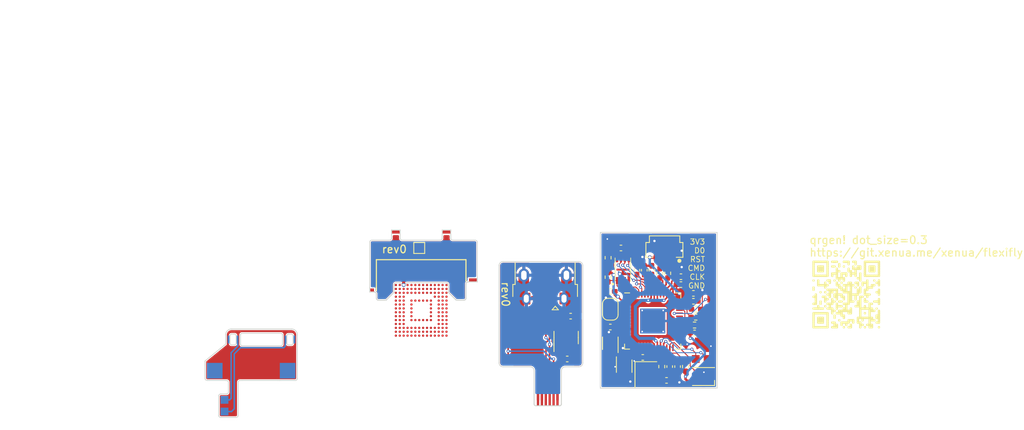
<source format=kicad_pcb>
(kicad_pcb (version 20221018) (generator pcbnew)

  (general
    (thickness 0.115)
  )

  (paper "A4")
  (layers
    (0 "F.Cu" signal)
    (31 "B.Cu" signal)
    (32 "B.Adhes" user "B.Adhesive")
    (33 "F.Adhes" user "F.Adhesive")
    (34 "B.Paste" user)
    (35 "F.Paste" user)
    (36 "B.SilkS" user "B.Silkscreen")
    (37 "F.SilkS" user "F.Silkscreen")
    (38 "B.Mask" user)
    (39 "F.Mask" user)
    (40 "Dwgs.User" user "User.Drawings")
    (41 "Cmts.User" user "User.Comments")
    (42 "Eco1.User" user "User.Eco1")
    (43 "Eco2.User" user "User.Eco2")
    (44 "Edge.Cuts" user)
    (45 "Margin" user)
    (46 "B.CrtYd" user "B.Courtyard")
    (47 "F.CrtYd" user "F.Courtyard")
    (48 "B.Fab" user)
    (49 "F.Fab" user)
    (50 "User.1" user)
    (51 "User.2" user)
    (52 "User.3" user)
    (53 "User.4" user)
    (54 "User.5" user)
    (55 "User.6" user)
    (56 "User.7" user)
    (57 "User.8" user)
    (58 "User.9" user)
  )

  (setup
    (stackup
      (layer "F.SilkS" (type "Top Silk Screen"))
      (layer "F.Paste" (type "Top Solder Paste"))
      (layer "F.Mask" (type "Top Solder Mask") (thickness 0.01))
      (layer "F.Cu" (type "copper") (thickness 0.035))
      (layer "dielectric 1" (type "core") (color "Polyimide") (thickness 0.025) (material "Polyimide") (epsilon_r 3.2) (loss_tangent 0.004))
      (layer "B.Cu" (type "copper") (thickness 0.035))
      (layer "B.Mask" (type "Bottom Solder Mask") (thickness 0.01))
      (layer "B.Paste" (type "Bottom Solder Paste"))
      (layer "B.SilkS" (type "Bottom Silk Screen"))
      (copper_finish "None")
      (dielectric_constraints no)
    )
    (pad_to_mask_clearance 0)
    (pcbplotparams
      (layerselection 0x00010fc_ffffffff)
      (plot_on_all_layers_selection 0x0000000_00000000)
      (disableapertmacros false)
      (usegerberextensions false)
      (usegerberattributes true)
      (usegerberadvancedattributes true)
      (creategerberjobfile true)
      (dashed_line_dash_ratio 12.000000)
      (dashed_line_gap_ratio 3.000000)
      (svgprecision 4)
      (plotframeref false)
      (viasonmask false)
      (mode 1)
      (useauxorigin false)
      (hpglpennumber 1)
      (hpglpenspeed 20)
      (hpglpendiameter 15.000000)
      (dxfpolygonmode true)
      (dxfimperialunits true)
      (dxfusepcbnewfont true)
      (psnegative false)
      (psa4output false)
      (plotreference true)
      (plotvalue true)
      (plotinvisibletext false)
      (sketchpadsonfab false)
      (subtractmaskfromsilk false)
      (outputformat 1)
      (mirror false)
      (drillshape 1)
      (scaleselection 1)
      (outputdirectory "")
    )
  )

  (net 0 "")
  (net 1 "+3V3")
  (net 2 "GND")
  (net 3 "/XIN")
  (net 4 "Net-(C3-Pad2)")
  (net 5 "+1V1")
  (net 6 "GND1")
  (net 7 "VBUS")
  (net 8 "/STATUS_LED")
  (net 9 "GND2")
  (net 10 "/QSPI_~{CS}")
  (net 11 "/~{USB_BOOT}")
  (net 12 "/XOUT")
  (net 13 "/USB_DP")
  (net 14 "/DP")
  (net 15 "/NX_CLK")
  (net 16 "Net-(U1-GPIO27_ADC1)")
  (net 17 "/NX_CMD")
  (net 18 "Net-(U1-GPIO28_ADC2)")
  (net 19 "/NX_D0")
  (net 20 "Net-(U1-GPIO29_ADC3)")
  (net 21 "/RP2040_~{USB_BOOT}")
  (net 22 "/TRAINING_RESET_A")
  (net 23 "/TRAINING_RESET_B")
  (net 24 "unconnected-(U1-GPIO2-Pad4)")
  (net 25 "unconnected-(U1-GPIO3-Pad5)")
  (net 26 "unconnected-(U1-GPIO4-Pad6)")
  (net 27 "unconnected-(U1-GPIO5-Pad7)")
  (net 28 "unconnected-(U1-GPIO6-Pad8)")
  (net 29 "unconnected-(U1-GPIO7-Pad9)")
  (net 30 "unconnected-(U1-GPIO8-Pad11)")
  (net 31 "unconnected-(U1-GPIO9-Pad12)")
  (net 32 "unconnected-(U1-GPIO10-Pad13)")
  (net 33 "unconnected-(U1-GPIO11-Pad14)")
  (net 34 "unconnected-(U1-GPIO12-Pad15)")
  (net 35 "unconnected-(U1-GPIO13-Pad16)")
  (net 36 "unconnected-(U1-GPIO14-Pad17)")
  (net 37 "/NX_CPU")
  (net 38 "/SWCLK")
  (net 39 "/SWD")
  (net 40 "/RUN")
  (net 41 "unconnected-(U1-GPIO17-Pad28)")
  (net 42 "unconnected-(U1-GPIO18-Pad29)")
  (net 43 "unconnected-(U1-GPIO19-Pad30)")
  (net 44 "unconnected-(U1-GPIO20-Pad31)")
  (net 45 "unconnected-(U1-GPIO21-Pad32)")
  (net 46 "unconnected-(U1-GPIO22-Pad34)")
  (net 47 "unconnected-(U1-GPIO23-Pad35)")
  (net 48 "unconnected-(U1-GPIO24-Pad36)")
  (net 49 "unconnected-(U1-GPIO25-Pad37)")
  (net 50 "/NX_RST")
  (net 51 "/QSPI_SD3")
  (net 52 "/QSPI_CLK")
  (net 53 "/QSPI_SD0")
  (net 54 "/QSPI_SD2")
  (net 55 "/QSPI_SD1")
  (net 56 "/D+")
  (net 57 "/D-")
  (net 58 "Net-(C16-Pad1)")
  (net 59 "Net-(C15-Pad1)")
  (net 60 "/DAT0")
  (net 61 "unconnected-(J3-ID-Pad4)")
  (net 62 "/USB_DN")
  (net 63 "/DN")
  (net 64 "unconnected-(C15-Pad2)")
  (net 65 "unconnected-(C16-Pad2)")
  (net 66 "unconnected-(D1-DOUT-Pad1)")
  (net 67 "Net-(Q1-Pad1)")
  (net 68 "Net-(Q2-Pad1)")

  (footprint "Resistor_SMD:R_0402_1005Metric_Pad0.72x0.64mm_HandSolder" (layer "F.Cu") (at 169.388 66.726 90))

  (footprint "TestPoint:TestPoint_Pad_1.0x1.0mm" (layer "F.Cu") (at 175.274 65.75))

  (footprint "Capacitor_SMD:C_0402_1005Metric_Pad0.74x0.62mm_HandSolder" (layer "F.Cu") (at 162.784 57.074))

  (footprint "Resistor_SMD:R_0402_1005Metric_Pad0.72x0.64mm_HandSolder" (layer "F.Cu") (at 162.5 52.75 -90))

  (footprint "TestPoint:TestPoint_Pad_1.0x1.0mm" (layer "F.Cu") (at 138.25 51.5))

  (footprint "TestPoint:TestPoint_Pad_1.0x1.0mm" (layer "F.Cu") (at 164 68.5 90))

  (footprint "flexifly:FPC_1x06_P0.50mm" (layer "F.Cu") (at 154.75 71 180))

  (footprint "Capacitor_SMD:C_0402_1005Metric_Pad0.74x0.62mm_HandSolder" (layer "F.Cu") (at 173.452 58.344 180))

  (footprint "Capacitor_SMD:C_0402_1005Metric_Pad0.74x0.62mm_HandSolder" (layer "F.Cu") (at 170.404 66.726 90))

  (footprint "Capacitor_SMD:C_0402_1005Metric_Pad0.74x0.62mm_HandSolder" (layer "F.Cu") (at 173.452 57.328 180))

  (footprint "TestPoint:TestPoint_Pad_1.0x1.0mm" (layer "F.Cu") (at 175.75 55))

  (footprint "flexifly:FBGA_153_P0.50mm" (layer "F.Cu") (at 138.5 59.505))

  (footprint "TestPoint:TestPoint_Pad_1.0x1.0mm" (layer "F.Cu") (at 175.75 61))

  (footprint "Capacitor_SMD:C_0402_1005Metric_Pad0.74x0.62mm_HandSolder" (layer "F.Cu") (at 157.25 65.75 180))

  (footprint "Capacitor_SMD:C_0402_1005Metric_Pad0.74x0.62mm_HandSolder" (layer "F.Cu") (at 157.69 60.25))

  (footprint "Capacitor_SMD:C_0402_1005Metric_Pad0.74x0.62mm_HandSolder" (layer "F.Cu") (at 171.85 56.2))

  (footprint "TestPoint:TestPoint_Pad_1.0x1.0mm" (layer "F.Cu") (at 173.75 65.75))

  (footprint "Capacitor_SMD:C_0402_1005Metric_Pad0.74x0.62mm_HandSolder" (layer "F.Cu") (at 171.85 55.184 180))

  (footprint "Package_DFN_QFN:QFN-56-1EP_7x7mm_P0.4mm_EP3.2x3.2mm_ThermalVias" (layer "F.Cu") (at 168.225 60.875))

  (footprint "flexifly:W25QxxxxUXxx" (layer "F.Cu") (at 164.4 54.28 -90))

  (footprint "Capacitor_SMD:C_0402_1005Metric_Pad0.74x0.62mm_HandSolder" (layer "F.Cu") (at 162.784 61.646))

  (footprint "Resistor_SMD:R_0402_1005Metric_Pad0.72x0.64mm_HandSolder" (layer "F.Cu") (at 170.15 54.75 90))

  (footprint "Resistor_SMD:R_0402_1005Metric_Pad0.72x0.64mm_HandSolder" (layer "F.Cu") (at 172.436 66.726 90))

  (footprint "Capacitor_SMD:C_0402_1005Metric_Pad0.74x0.62mm_HandSolder" (layer "F.Cu") (at 166.95 65.55))

  (footprint "flexifly:Conn_BGA_shim_dat0" (layer "F.Cu") (at 138.5 55.95))

  (footprint "flexifly:MicroFET_2x2" (layer "F.Cu") (at 164.562 66.472 180))

  (footprint "flexifly:SW_SPST_XKB_1187A-B-A-B" (layer "F.Cu") (at 151.54 62.935 -90))

  (footprint "TestPoint:TestPoint_Pad_1.0x1.0mm" (layer "F.Cu") (at 175.75 56.5))

  (footprint "Crystal:Crystal_SMD_2520-4Pin_2.5x2.0mm" (layer "F.Cu") (at 167.35 67.75 -90))

  (footprint "Package_TO_SOT_SMD:SOT-23-3" (layer "F.Cu") (at 157.11 63 90))

  (footprint "Capacitor_SMD:C_0402_1005Metric_Pad0.74x0.62mm_HandSolder" (layer "F.Cu") (at 171.42 66.726 90))

  (footprint "Jumper:SolderJumper-2_P1.3mm_Open_RoundedPad1.0x1.5mm" (layer "F.Cu") (at 162.784 59.36 90))

  (footprint "Capacitor_SMD:C_0402_1005Metric_Pad0.74x0.62mm_HandSolder" (layer "F.Cu") (at 168.118 54.35 -90))

  (footprint "Capacitor_SMD:C_0402_1005Metric_Pad0.74x0.62mm_HandSolder" (layer "F.Cu") (at 167.15 54.35 -90))

  (footprint "Resistor_SMD:R_0402_1005Metric_Pad0.72x0.64mm_HandSolder" (layer "F.Cu") (at 162.5 55.25 -90))

  (footprint "Capacitor_SMD:C_0402_1005Metric_Pad0.74x0.62mm_HandSolder" (layer "F.Cu") (at 170 68.5 180))

  (footprint "LED_SMD:LED_WS2812B-2020_PLCC4_2.0x2.0mm" (layer "F.Cu") (at 174.75 68 180))

  (footprint "Resistor_SMD:R_0402_1005Metric_Pad0.72x0.64mm_HandSolder" (layer "F.Cu") (at 173.6 61.392 180))

  (footprint "flexifly:MicroFET_2x2" (layer "F.Cu") (at 162.784 63.932))

  (footprint "Resistor_SMD:R_0402_1005Metric_Pad0.72x0.64mm_HandSolder" (layer "F.Cu") (at 173.8 59.36 180))

  (footprint "Capacitor_SMD:C_0402_1005Metric_Pad0.74x0.62mm_HandSolder" (layer "F.Cu") (at 166.2 54.35 -90))

  (footprint "TestPoint:TestPoint_Pad_1.0x1.0mm" (layer "F.Cu") (at 166 50.5))

  (footprint "TestPoint:TestPoint_Pad_1.0x1.0mm" (layer "F.Cu") (at 175.75 59.5))

  (footprint "TestPoint:TestPoint_Pad_1.0x1.0mm" (layer "F.Cu") (at 175.75 62.5))

  (footprint "Connector_USB:USB_Micro-B_Amphenol_10103594-0001LF_Horizontal" (layer "F.Cu") (at 154.39 56.115 180))

  (footprint "Resistor_SMD:R_0402_1005Metric_Pad0.72x0.64mm_HandSolder" (layer "F.Cu") (at 169.134 54.75 -90))

  (footprint "TestPoint:TestPoint_Pad_1.0x1.0mm" (layer "F.Cu") (at 162.5 68.5 90))

  (footprint "Capacitor_SMD:C_0402_1005Metric_Pad0.74x0.62mm_HandSolder" (layer "F.Cu") (at 173.6 62.408 180))

  (footprint "Capacitor_SMD:C_0402_1005Metric_Pad0.74x0.62mm_HandSolder" (layer "F.Cu") (at 164.15 51.5))

  (footprint "TestPoint:TestPoint_Pad_1.0x1.0mm" (layer "F.Cu")
    (tstamp e4d243d1-07c3-4f4c-a937-598b803e1a8a)
    (at 175.75 58)
    (descr "SMD rectangular pad as test Point, square 1.0mm side length")
    (tags "test point SMD pad rectangle square")
    (property "Sheetfile" "flexifly.kicad_sch")
    (property "Sheetname" "")
    (property "exclude_from_bom" "")
    (property "ki_description" "test point")
    (property "ki_keywords" "test point tp")
    (path "/16811e29-e2f6-42f2-8764-2ba4291b95d6")
    (attr exclude_from_pos_files exclude_from_bom)
    (fp_text reference "TP2" (at 0 -1.448) (layer "F.SilkS") hide
        (effects (font (size 1 1) (thickness 0.15)))
      (tstamp 88f3f5da-36d6-4398-ab0c-0b534cb17ed0)
    )
    (fp_text value "TestPoint" (at 0 1.55) (layer "F.Fab") hide
        (effects (font (size 1 1) (thickness 0.15)))
      (tstamp f6670abc-2557-4022-a59e-9bbd11f9d44d)
    )
    (fp_text user "${REFERENCE}" (at 0 -1.45) (layer "F.Fab")
        (effects (font (size 1 1) (thickness 0.15)))
      (tstamp 0cd7bdd3-850b-44e3-b065-c2897f361105)
    )
    (fp_rect (start -0.75 -0.75) (end 0.75 0.75)
    
... [359300 chars truncated]
</source>
